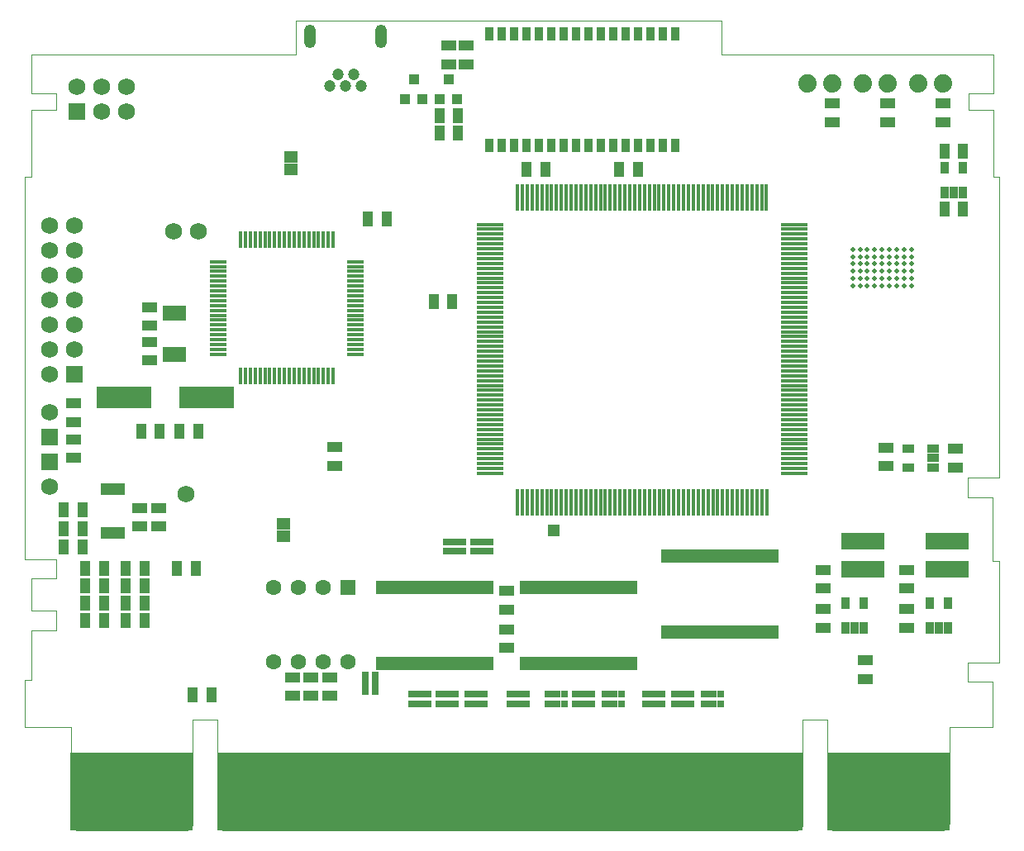
<source format=gts>
G04 (created by PCBNEW-RS274X (2010-04-21 BZR 23xx)-stable) date mer. 22 févr. 2012 15:22:36 CET*
G01*
G70*
G90*
%MOIN*%
G04 Gerber Fmt 3.4, Leading zero omitted, Abs format*
%FSLAX34Y34*%
G04 APERTURE LIST*
%ADD10C,0.006000*%
%ADD11C,0.004000*%
%ADD12C,0.003900*%
%ADD13R,0.492900X0.315800*%
%ADD14R,2.363000X0.315800*%
%ADD15R,0.058000X0.046000*%
%ADD16R,0.047000X0.035200*%
%ADD17R,0.035200X0.047000*%
%ADD18R,0.068000X0.068000*%
%ADD19C,0.068000*%
%ADD20R,0.019800X0.055200*%
%ADD21R,0.067000X0.017800*%
%ADD22R,0.017800X0.067000*%
%ADD23R,0.018000X0.108000*%
%ADD24R,0.108000X0.018000*%
%ADD25R,0.044000X0.044000*%
%ADD26R,0.094600X0.059200*%
%ADD27C,0.047400*%
%ADD28O,0.047400X0.094600*%
%ADD29O,0.019400X0.019400*%
%ADD30R,0.019800X0.047300*%
%ADD31R,0.063000X0.043000*%
%ADD32R,0.043000X0.063000*%
%ADD33R,0.047400X0.047400*%
%ADD34R,0.063000X0.063000*%
%ADD35C,0.063000*%
%ADD36R,0.224600X0.086700*%
%ADD37R,0.037500X0.057900*%
%ADD38R,0.027700X0.019800*%
%ADD39R,0.027700X0.027700*%
%ADD40R,0.019800X0.027700*%
%ADD41R,0.173400X0.067100*%
%ADD42C,0.074000*%
G04 APERTURE END LIST*
G54D10*
G54D11*
X37510Y-27993D02*
X37786Y-27993D01*
X38770Y-43426D02*
X37510Y-43426D01*
X37510Y-48308D02*
X37786Y-48308D01*
X39360Y-50197D02*
X37510Y-50197D01*
X37510Y-43426D02*
X37510Y-27993D01*
X37510Y-50197D02*
X37510Y-48308D01*
X76801Y-40099D02*
X76801Y-40158D01*
X76801Y-40158D02*
X75542Y-40158D01*
X75542Y-40158D02*
X75542Y-40217D01*
X76801Y-40158D02*
X76801Y-27993D01*
X76801Y-27993D02*
X76565Y-27993D01*
X76565Y-27993D02*
X76565Y-27914D01*
X76723Y-43504D02*
X76801Y-43504D01*
X76801Y-43504D02*
X76801Y-43583D01*
X76801Y-43504D02*
X76526Y-43504D01*
X75542Y-47599D02*
X76801Y-47599D01*
X76801Y-47599D02*
X76801Y-43514D01*
X76797Y-47597D02*
X76802Y-47597D01*
G54D12*
X76565Y-25315D02*
X76565Y-27993D01*
X37786Y-25315D02*
X37786Y-27993D01*
X38770Y-45512D02*
X37786Y-45512D01*
X37786Y-44213D02*
X37786Y-45512D01*
X38770Y-44213D02*
X37786Y-44213D01*
X38770Y-43426D02*
X38770Y-44213D01*
X75542Y-40945D02*
X75542Y-40158D01*
X76526Y-40945D02*
X75542Y-40945D01*
X76526Y-43504D02*
X76526Y-40945D01*
X74518Y-54371D02*
X74542Y-54369D01*
X74565Y-54366D01*
X74589Y-54361D01*
X74612Y-54354D01*
X74634Y-54345D01*
X74656Y-54334D01*
X74676Y-54321D01*
X74695Y-54306D01*
X74713Y-54290D01*
X74729Y-54272D01*
X74744Y-54253D01*
X74757Y-54232D01*
X74768Y-54211D01*
X74777Y-54189D01*
X74784Y-54166D01*
X74789Y-54142D01*
X74792Y-54119D01*
X74794Y-54095D01*
X69872Y-54095D02*
X69874Y-54119D01*
X69877Y-54142D01*
X69882Y-54166D01*
X69889Y-54189D01*
X69898Y-54211D01*
X69909Y-54232D01*
X69922Y-54253D01*
X69937Y-54272D01*
X69953Y-54290D01*
X69971Y-54306D01*
X69990Y-54321D01*
X70010Y-54334D01*
X70032Y-54345D01*
X70054Y-54354D01*
X70077Y-54361D01*
X70101Y-54366D01*
X70124Y-54369D01*
X70148Y-54371D01*
X68612Y-54371D02*
X68636Y-54369D01*
X68659Y-54366D01*
X68683Y-54361D01*
X68706Y-54354D01*
X68728Y-54345D01*
X68750Y-54334D01*
X68770Y-54321D01*
X68789Y-54306D01*
X68807Y-54290D01*
X68823Y-54272D01*
X68838Y-54253D01*
X68851Y-54232D01*
X68862Y-54211D01*
X68871Y-54189D01*
X68878Y-54166D01*
X68883Y-54142D01*
X68886Y-54119D01*
X68888Y-54095D01*
X45266Y-54095D02*
X45268Y-54119D01*
X45271Y-54142D01*
X45276Y-54166D01*
X45283Y-54189D01*
X45292Y-54211D01*
X45303Y-54232D01*
X45316Y-54253D01*
X45331Y-54272D01*
X45347Y-54290D01*
X45365Y-54306D01*
X45384Y-54321D01*
X45404Y-54334D01*
X45426Y-54345D01*
X45448Y-54354D01*
X45471Y-54361D01*
X45495Y-54366D01*
X45518Y-54369D01*
X45542Y-54371D01*
X44006Y-54371D02*
X44030Y-54369D01*
X44053Y-54366D01*
X44077Y-54361D01*
X44100Y-54354D01*
X44122Y-54345D01*
X44144Y-54334D01*
X44164Y-54321D01*
X44183Y-54306D01*
X44201Y-54290D01*
X44217Y-54272D01*
X44232Y-54253D01*
X44245Y-54232D01*
X44256Y-54211D01*
X44265Y-54189D01*
X44272Y-54166D01*
X44277Y-54142D01*
X44280Y-54119D01*
X44282Y-54095D01*
X39360Y-54095D02*
X39362Y-54119D01*
X39365Y-54142D01*
X39370Y-54166D01*
X39377Y-54189D01*
X39386Y-54211D01*
X39397Y-54232D01*
X39410Y-54253D01*
X39425Y-54272D01*
X39441Y-54290D01*
X39459Y-54306D01*
X39478Y-54321D01*
X39498Y-54334D01*
X39520Y-54345D01*
X39542Y-54354D01*
X39565Y-54361D01*
X39589Y-54366D01*
X39612Y-54369D01*
X39636Y-54371D01*
G54D11*
X48455Y-23071D02*
X37786Y-23071D01*
X65601Y-21693D02*
X48455Y-21693D01*
X76565Y-23071D02*
X65601Y-23071D01*
X48455Y-23071D02*
X48455Y-21693D01*
X65601Y-21693D02*
X65601Y-23071D01*
X76565Y-23071D02*
X76565Y-24646D01*
X76565Y-24646D02*
X75581Y-24646D01*
X75581Y-24646D02*
X75581Y-25315D01*
X75581Y-25315D02*
X76565Y-25315D01*
X75542Y-47599D02*
X75542Y-48386D01*
X75542Y-48386D02*
X76526Y-48386D01*
X76526Y-48386D02*
X76526Y-50197D01*
X76526Y-50197D02*
X74794Y-50197D01*
X74794Y-50197D02*
X74794Y-50237D01*
X37786Y-25315D02*
X38770Y-25315D01*
X38770Y-25315D02*
X38770Y-24646D01*
X38770Y-24646D02*
X37786Y-24646D01*
X37786Y-24646D02*
X37786Y-23071D01*
X39360Y-54095D02*
X39360Y-50237D01*
X39360Y-50237D02*
X39360Y-50197D01*
X37786Y-48308D02*
X37786Y-46300D01*
X37786Y-46300D02*
X38770Y-46300D01*
X38770Y-46300D02*
X38770Y-45512D01*
X44006Y-54371D02*
X39636Y-54371D01*
X45266Y-54095D02*
X45266Y-49922D01*
X45266Y-49922D02*
X44282Y-49922D01*
X44282Y-49922D02*
X44282Y-54095D01*
X74794Y-54095D02*
X74794Y-50237D01*
X70148Y-54371D02*
X74518Y-54371D01*
X68888Y-54095D02*
X68888Y-49922D01*
X68888Y-49922D02*
X69872Y-49922D01*
X69872Y-49922D02*
X69872Y-54095D01*
X68612Y-54371D02*
X45542Y-54371D01*
G54D13*
X72333Y-52796D03*
X41821Y-52796D03*
G54D14*
X57077Y-52796D03*
G54D15*
X48250Y-27225D03*
X48250Y-27725D03*
G54D16*
X74145Y-39733D03*
X74145Y-38983D03*
X73145Y-39733D03*
X74145Y-39358D03*
X73145Y-38983D03*
G54D17*
X74605Y-28635D03*
X75355Y-28635D03*
X74605Y-27635D03*
X74980Y-28635D03*
X75355Y-27635D03*
G54D18*
X39615Y-25360D03*
G54D19*
X39615Y-24360D03*
X40615Y-25360D03*
X40615Y-24360D03*
X41615Y-25360D03*
X41615Y-24360D03*
G54D20*
X51787Y-47635D03*
X51984Y-47635D03*
X52180Y-47635D03*
X52377Y-47635D03*
X52574Y-47635D03*
X52771Y-47635D03*
X52968Y-47635D03*
X53165Y-47635D03*
X53362Y-47635D03*
X53558Y-47635D03*
X53755Y-47635D03*
X53952Y-47635D03*
X54148Y-47635D03*
X54345Y-47635D03*
X54542Y-47635D03*
X54738Y-47635D03*
X54935Y-47635D03*
X55132Y-47635D03*
X55329Y-47635D03*
X55526Y-47635D03*
X55723Y-47635D03*
X55920Y-47635D03*
X56116Y-47635D03*
X56313Y-47635D03*
X56313Y-44565D03*
X56116Y-44565D03*
X55920Y-44565D03*
X55723Y-44565D03*
X55526Y-44565D03*
X55329Y-44565D03*
X55132Y-44565D03*
X54935Y-44565D03*
X54738Y-44565D03*
X54542Y-44565D03*
X54345Y-44565D03*
X54148Y-44565D03*
X53952Y-44565D03*
X53755Y-44565D03*
X53558Y-44565D03*
X53362Y-44565D03*
X53165Y-44565D03*
X52968Y-44565D03*
X52771Y-44565D03*
X52574Y-44565D03*
X52377Y-44565D03*
X52180Y-44565D03*
X51984Y-44565D03*
X51787Y-44565D03*
X63287Y-46385D03*
X63484Y-46385D03*
X63680Y-46385D03*
X63877Y-46385D03*
X64074Y-46385D03*
X64271Y-46385D03*
X64468Y-46385D03*
X64665Y-46385D03*
X64862Y-46385D03*
X65058Y-46385D03*
X65255Y-46385D03*
X65452Y-46385D03*
X65648Y-46385D03*
X65845Y-46385D03*
X66042Y-46385D03*
X66238Y-46385D03*
X66435Y-46385D03*
X66632Y-46385D03*
X66829Y-46385D03*
X67026Y-46385D03*
X67223Y-46385D03*
X67420Y-46385D03*
X67616Y-46385D03*
X67813Y-46385D03*
X67813Y-43315D03*
X67616Y-43315D03*
X67420Y-43315D03*
X67223Y-43315D03*
X67026Y-43315D03*
X66829Y-43315D03*
X66632Y-43315D03*
X66435Y-43315D03*
X66238Y-43315D03*
X66042Y-43315D03*
X65845Y-43315D03*
X65648Y-43315D03*
X65452Y-43315D03*
X65255Y-43315D03*
X65058Y-43315D03*
X64862Y-43315D03*
X64665Y-43315D03*
X64468Y-43315D03*
X64271Y-43315D03*
X64074Y-43315D03*
X63877Y-43315D03*
X63680Y-43315D03*
X63484Y-43315D03*
X63287Y-43315D03*
X57587Y-47635D03*
X57784Y-47635D03*
X57980Y-47635D03*
X58177Y-47635D03*
X58374Y-47635D03*
X58571Y-47635D03*
X58768Y-47635D03*
X58965Y-47635D03*
X59162Y-47635D03*
X59358Y-47635D03*
X59555Y-47635D03*
X59752Y-47635D03*
X59948Y-47635D03*
X60145Y-47635D03*
X60342Y-47635D03*
X60538Y-47635D03*
X60735Y-47635D03*
X60932Y-47635D03*
X61129Y-47635D03*
X61326Y-47635D03*
X61523Y-47635D03*
X61720Y-47635D03*
X61916Y-47635D03*
X62113Y-47635D03*
X62113Y-44565D03*
X61916Y-44565D03*
X61720Y-44565D03*
X61523Y-44565D03*
X61326Y-44565D03*
X61129Y-44565D03*
X60932Y-44565D03*
X60735Y-44565D03*
X60538Y-44565D03*
X60342Y-44565D03*
X60145Y-44565D03*
X59948Y-44565D03*
X59752Y-44565D03*
X59555Y-44565D03*
X59358Y-44565D03*
X59162Y-44565D03*
X58965Y-44565D03*
X58768Y-44565D03*
X58571Y-44565D03*
X58374Y-44565D03*
X58177Y-44565D03*
X57980Y-44565D03*
X57784Y-44565D03*
X57587Y-44565D03*
G54D21*
X45320Y-31430D03*
X45320Y-31627D03*
X45320Y-31824D03*
X45320Y-32021D03*
X45320Y-32218D03*
X45320Y-32415D03*
X45320Y-32612D03*
X45320Y-32808D03*
X45320Y-33005D03*
X45320Y-33202D03*
X45320Y-33398D03*
X45320Y-33595D03*
X45320Y-33792D03*
X45320Y-33988D03*
X45320Y-34185D03*
X45320Y-34382D03*
X45320Y-34579D03*
X45320Y-34776D03*
X45320Y-34973D03*
X45320Y-35170D03*
G54D22*
X46205Y-36055D03*
X46402Y-36055D03*
X46599Y-36055D03*
X46796Y-36055D03*
X46993Y-36055D03*
X47190Y-36055D03*
X47387Y-36055D03*
X47583Y-36055D03*
X47780Y-36055D03*
X47977Y-36055D03*
X48173Y-36055D03*
X48370Y-36055D03*
X48567Y-36055D03*
X48763Y-36055D03*
X48960Y-36055D03*
X49157Y-36055D03*
X49354Y-36055D03*
X49551Y-36055D03*
X49748Y-36055D03*
X49945Y-36055D03*
G54D21*
X50830Y-35170D03*
X50830Y-34973D03*
X50830Y-34776D03*
X50830Y-34579D03*
X50830Y-34382D03*
X50830Y-34185D03*
X50830Y-33988D03*
X50830Y-33792D03*
X50830Y-33595D03*
X50830Y-33398D03*
X50830Y-33202D03*
X50830Y-33005D03*
X50830Y-32808D03*
X50830Y-32612D03*
X50830Y-32415D03*
X50830Y-32218D03*
X50830Y-32021D03*
X50830Y-31824D03*
X50830Y-31627D03*
X50830Y-31430D03*
G54D22*
X49945Y-30545D03*
X49748Y-30545D03*
X49551Y-30545D03*
X49354Y-30545D03*
X49157Y-30545D03*
X48960Y-30545D03*
X48763Y-30545D03*
X48567Y-30545D03*
X48370Y-30545D03*
X48173Y-30545D03*
X47977Y-30545D03*
X47780Y-30545D03*
X47583Y-30545D03*
X47387Y-30545D03*
X47190Y-30545D03*
X46993Y-30545D03*
X46796Y-30545D03*
X46599Y-30545D03*
X46402Y-30545D03*
X46205Y-30545D03*
G54D23*
X67423Y-28850D03*
X67226Y-28850D03*
X67029Y-28850D03*
X66832Y-28850D03*
X66635Y-28850D03*
X66438Y-28850D03*
X66241Y-28850D03*
X66044Y-28850D03*
X65847Y-28850D03*
X65650Y-28850D03*
X65453Y-28850D03*
X65256Y-28850D03*
X65059Y-28850D03*
X64862Y-28850D03*
X64665Y-28850D03*
X64468Y-28850D03*
X64271Y-28850D03*
X64074Y-28850D03*
X63877Y-28850D03*
X63680Y-28850D03*
X63483Y-28850D03*
X63286Y-28850D03*
X63089Y-28850D03*
X62892Y-28850D03*
X62695Y-28850D03*
X62498Y-28850D03*
X62301Y-28850D03*
X62104Y-28850D03*
X61907Y-28850D03*
X61710Y-28850D03*
X61513Y-28850D03*
X61316Y-28850D03*
X61119Y-28850D03*
X60922Y-28850D03*
X60725Y-28850D03*
X60528Y-28850D03*
X60331Y-28850D03*
X60134Y-28850D03*
X59937Y-28850D03*
X59740Y-28850D03*
X59543Y-28850D03*
X59346Y-28850D03*
X59149Y-28850D03*
X58952Y-28850D03*
X58755Y-28850D03*
X58558Y-28850D03*
X58361Y-28850D03*
X58164Y-28850D03*
X57967Y-28850D03*
X57770Y-28850D03*
X57573Y-28850D03*
X57376Y-28850D03*
G54D24*
X56270Y-29927D03*
X56270Y-30124D03*
X56270Y-30321D03*
X56270Y-30518D03*
X56270Y-30715D03*
X56270Y-30912D03*
X56270Y-31109D03*
X56270Y-31306D03*
X56270Y-31503D03*
X56270Y-31700D03*
X56270Y-31897D03*
X56270Y-32094D03*
X56270Y-32291D03*
X56270Y-32488D03*
X56270Y-32685D03*
X56270Y-32882D03*
X56270Y-33079D03*
X56270Y-33276D03*
X56270Y-33473D03*
X56270Y-33670D03*
X56270Y-33867D03*
X56270Y-34064D03*
X56270Y-34261D03*
X56270Y-34458D03*
X56270Y-34655D03*
X56270Y-34852D03*
X56270Y-35049D03*
X56270Y-35246D03*
X56270Y-35443D03*
X56270Y-35640D03*
X56270Y-35837D03*
X56270Y-36034D03*
X56270Y-36231D03*
X56270Y-36428D03*
X56270Y-36625D03*
X56270Y-36822D03*
X56270Y-37019D03*
X56270Y-37216D03*
X56270Y-37413D03*
X56270Y-37610D03*
X56270Y-37807D03*
X56270Y-38004D03*
X56270Y-38201D03*
X56270Y-38398D03*
X56270Y-38595D03*
X56270Y-38792D03*
X56270Y-38989D03*
X56270Y-39186D03*
X56270Y-39383D03*
X56270Y-39580D03*
X56270Y-39777D03*
X56270Y-39974D03*
G54D23*
X57377Y-41130D03*
X57574Y-41130D03*
X57771Y-41130D03*
X57968Y-41130D03*
X58165Y-41130D03*
X58362Y-41130D03*
X58559Y-41130D03*
X58756Y-41130D03*
X58953Y-41130D03*
X59150Y-41130D03*
X59347Y-41130D03*
X59544Y-41130D03*
X59741Y-41130D03*
X59938Y-41130D03*
X60135Y-41130D03*
X60332Y-41130D03*
X60529Y-41130D03*
X60726Y-41130D03*
X60923Y-41130D03*
X61120Y-41130D03*
X61317Y-41130D03*
X61514Y-41130D03*
X61711Y-41130D03*
X61908Y-41130D03*
X62105Y-41130D03*
X62302Y-41130D03*
X62499Y-41130D03*
X62696Y-41130D03*
X62893Y-41130D03*
X63090Y-41130D03*
X63287Y-41130D03*
X63484Y-41130D03*
X63681Y-41130D03*
X63878Y-41130D03*
X64075Y-41130D03*
X64272Y-41130D03*
X64469Y-41130D03*
X64666Y-41130D03*
X64863Y-41130D03*
X65060Y-41130D03*
X65257Y-41130D03*
X65454Y-41130D03*
X65651Y-41130D03*
X65848Y-41130D03*
X66045Y-41130D03*
X66242Y-41130D03*
X66439Y-41130D03*
X66636Y-41130D03*
X66833Y-41130D03*
X67030Y-41130D03*
X67227Y-41130D03*
X67424Y-41130D03*
G54D24*
X68550Y-39973D03*
X68550Y-39776D03*
X68550Y-39579D03*
X68550Y-39382D03*
X68550Y-39185D03*
X68550Y-38988D03*
X68550Y-38791D03*
X68550Y-38594D03*
X68550Y-38397D03*
X68550Y-38200D03*
X68550Y-38003D03*
X68550Y-37806D03*
X68550Y-37609D03*
X68550Y-37412D03*
X68550Y-37215D03*
X68550Y-37018D03*
X68550Y-36821D03*
X68550Y-36624D03*
X68550Y-36427D03*
X68550Y-36230D03*
X68550Y-36033D03*
X68550Y-35836D03*
X68550Y-35639D03*
X68550Y-35442D03*
X68550Y-35245D03*
X68550Y-35048D03*
X68550Y-34851D03*
X68550Y-34654D03*
X68550Y-34457D03*
X68550Y-34260D03*
X68550Y-34063D03*
X68550Y-33866D03*
X68550Y-33669D03*
X68550Y-33472D03*
X68550Y-33275D03*
X68550Y-33078D03*
X68550Y-32881D03*
X68550Y-32684D03*
X68550Y-32487D03*
X68550Y-32290D03*
X68550Y-32093D03*
X68550Y-31896D03*
X68550Y-31699D03*
X68550Y-31502D03*
X68550Y-31305D03*
X68550Y-31108D03*
X68550Y-30911D03*
X68550Y-30714D03*
X68550Y-30517D03*
X68550Y-30320D03*
X68550Y-30123D03*
X68550Y-29926D03*
G54D25*
X53550Y-24875D03*
X52850Y-24875D03*
X53200Y-24075D03*
G54D26*
X43550Y-33523D03*
X43550Y-35177D03*
G54D18*
X38500Y-38500D03*
G54D19*
X38500Y-37500D03*
G54D27*
X50135Y-23864D03*
X50450Y-24336D03*
X50765Y-23864D03*
X51080Y-24336D03*
X49820Y-24336D03*
G54D28*
X49013Y-22328D03*
X51887Y-22328D03*
G54D25*
X54950Y-24875D03*
X54250Y-24875D03*
X54600Y-24075D03*
G54D18*
X38500Y-39500D03*
G54D19*
X38500Y-40500D03*
X44000Y-40800D03*
X44500Y-30200D03*
X43500Y-30200D03*
G54D29*
X73260Y-30932D03*
X72964Y-30932D03*
X72669Y-30932D03*
X72374Y-30932D03*
X72079Y-30932D03*
X71784Y-30932D03*
X71489Y-30932D03*
X71194Y-30932D03*
X70898Y-30932D03*
X73260Y-31228D03*
X72964Y-31228D03*
X72669Y-31228D03*
X72374Y-31228D03*
X72079Y-31228D03*
X71784Y-31228D03*
X71489Y-31228D03*
X71194Y-31228D03*
X70898Y-31228D03*
X73260Y-31523D03*
X72964Y-31523D03*
X72669Y-31523D03*
X72374Y-31523D03*
X72079Y-31523D03*
X71784Y-31523D03*
X71489Y-31523D03*
X71194Y-31523D03*
X70898Y-31523D03*
X73260Y-31817D03*
X72964Y-31817D03*
X72669Y-31817D03*
X72374Y-31817D03*
X72079Y-31817D03*
X71784Y-31817D03*
X71489Y-31817D03*
X71194Y-31817D03*
X70898Y-31817D03*
X73260Y-32112D03*
X72964Y-32112D03*
X72669Y-32112D03*
X72374Y-32112D03*
X72079Y-32112D03*
X71784Y-32112D03*
X71489Y-32112D03*
X71194Y-32112D03*
X70898Y-32112D03*
X73260Y-32408D03*
X72964Y-32408D03*
X72669Y-32408D03*
X72374Y-32408D03*
X72079Y-32408D03*
X71784Y-32408D03*
X71489Y-32408D03*
X71194Y-32408D03*
X70898Y-32408D03*
G54D30*
X41443Y-40615D03*
X41246Y-40615D03*
X41050Y-40615D03*
X40854Y-40615D03*
X40657Y-40615D03*
X40657Y-42385D03*
X40854Y-42385D03*
X41050Y-42385D03*
X41246Y-42385D03*
X41443Y-42385D03*
G54D18*
X39516Y-35992D03*
G54D19*
X38516Y-35992D03*
X39516Y-34992D03*
X38516Y-34992D03*
X39516Y-33992D03*
X38516Y-33992D03*
X39516Y-32992D03*
X38516Y-32992D03*
X39516Y-31992D03*
X38516Y-31992D03*
X39516Y-30992D03*
X38516Y-30992D03*
X39516Y-29992D03*
X38516Y-29992D03*
G54D31*
X49050Y-48200D03*
X49050Y-48950D03*
X42900Y-42125D03*
X42900Y-41375D03*
X70075Y-25800D03*
X70075Y-25050D03*
X39475Y-38600D03*
X39475Y-39350D03*
X39488Y-37895D03*
X39488Y-37145D03*
X73075Y-46200D03*
X73075Y-45450D03*
X69700Y-46200D03*
X69700Y-45450D03*
X73075Y-43875D03*
X73075Y-44625D03*
X69700Y-43875D03*
X69700Y-44625D03*
X72245Y-39683D03*
X72245Y-38933D03*
G54D32*
X74605Y-26985D03*
X75355Y-26985D03*
G54D31*
X75051Y-39735D03*
X75051Y-38985D03*
G54D32*
X74595Y-29295D03*
X75345Y-29295D03*
G54D31*
X55300Y-22725D03*
X55300Y-23475D03*
X42125Y-42125D03*
X42125Y-41375D03*
G54D32*
X54750Y-33050D03*
X54000Y-33050D03*
X62225Y-27725D03*
X61475Y-27725D03*
X57750Y-27725D03*
X58500Y-27725D03*
G54D31*
X42550Y-33275D03*
X42550Y-34025D03*
G54D32*
X44500Y-38275D03*
X43750Y-38275D03*
X42200Y-38275D03*
X42950Y-38275D03*
X54975Y-26250D03*
X54225Y-26250D03*
X54225Y-25550D03*
X54975Y-25550D03*
G54D31*
X54600Y-22725D03*
X54600Y-23475D03*
X74525Y-25800D03*
X74525Y-25050D03*
X72300Y-25800D03*
X72300Y-25050D03*
G54D32*
X51350Y-29700D03*
X52100Y-29700D03*
G54D31*
X50000Y-39675D03*
X50000Y-38925D03*
G54D32*
X39825Y-41450D03*
X39075Y-41450D03*
X39825Y-42200D03*
X39075Y-42200D03*
X39825Y-42950D03*
X39075Y-42950D03*
X41575Y-45925D03*
X42325Y-45925D03*
X40700Y-45225D03*
X39950Y-45225D03*
X39950Y-44525D03*
X40700Y-44525D03*
X39950Y-43825D03*
X40700Y-43825D03*
X42325Y-43825D03*
X41575Y-43825D03*
X40700Y-45925D03*
X39950Y-45925D03*
X42325Y-44525D03*
X41575Y-44525D03*
X41575Y-45225D03*
X42325Y-45225D03*
G54D31*
X42550Y-35425D03*
X42550Y-34675D03*
X56950Y-46275D03*
X56950Y-47025D03*
X56950Y-44725D03*
X56950Y-45475D03*
G54D33*
X58825Y-42275D03*
G54D15*
X47925Y-42025D03*
X47925Y-42525D03*
G54D34*
X50550Y-44575D03*
G54D35*
X49550Y-44575D03*
X48550Y-44575D03*
X47550Y-44575D03*
X47550Y-47575D03*
X48550Y-47575D03*
X49550Y-47575D03*
X50550Y-47575D03*
G54D31*
X49800Y-48200D03*
X49800Y-48950D03*
X48300Y-48950D03*
X48300Y-48200D03*
X71400Y-47525D03*
X71400Y-48275D03*
G54D36*
X41502Y-36900D03*
X44848Y-36900D03*
G54D37*
X56226Y-26749D03*
X56726Y-26749D03*
X57226Y-26749D03*
X57726Y-26749D03*
X58226Y-26749D03*
X58726Y-26749D03*
X59226Y-26749D03*
X59726Y-26749D03*
X60224Y-26749D03*
X60724Y-26749D03*
X61224Y-26749D03*
X61724Y-26749D03*
X62224Y-26749D03*
X62724Y-26749D03*
X63224Y-26749D03*
X63724Y-26749D03*
X63724Y-22251D03*
X63224Y-22251D03*
X62724Y-22251D03*
X62224Y-22251D03*
X61724Y-22251D03*
X61224Y-22251D03*
X60724Y-22251D03*
X60224Y-22251D03*
X59726Y-22251D03*
X59226Y-22251D03*
X58726Y-22251D03*
X58226Y-22251D03*
X57726Y-22251D03*
X57226Y-22251D03*
X56726Y-22251D03*
X56226Y-22251D03*
G54D38*
X51647Y-48352D03*
X51647Y-48548D03*
X51253Y-48352D03*
X51253Y-48548D03*
G54D39*
X51647Y-48115D03*
X51647Y-48785D03*
X51253Y-48785D03*
X51253Y-48115D03*
G54D40*
X53352Y-48878D03*
X53548Y-48878D03*
X53352Y-49272D03*
X53548Y-49272D03*
G54D39*
X53115Y-48878D03*
X53785Y-48878D03*
X53785Y-49272D03*
X53115Y-49272D03*
G54D40*
X57302Y-48878D03*
X57498Y-48878D03*
X57302Y-49272D03*
X57498Y-49272D03*
G54D39*
X57065Y-48878D03*
X57735Y-48878D03*
X57735Y-49272D03*
X57065Y-49272D03*
G54D40*
X58827Y-48878D03*
X59023Y-48878D03*
X58827Y-49272D03*
X59023Y-49272D03*
G54D39*
X58590Y-48878D03*
X59260Y-48878D03*
X59260Y-49272D03*
X58590Y-49272D03*
G54D40*
X59952Y-48878D03*
X60148Y-48878D03*
X59952Y-49272D03*
X60148Y-49272D03*
G54D39*
X59715Y-48878D03*
X60385Y-48878D03*
X60385Y-49272D03*
X59715Y-49272D03*
G54D40*
X61127Y-48878D03*
X61323Y-48878D03*
X61127Y-49272D03*
X61323Y-49272D03*
G54D39*
X60890Y-48878D03*
X61560Y-48878D03*
X61560Y-49272D03*
X60890Y-49272D03*
G54D40*
X62777Y-48878D03*
X62973Y-48878D03*
X62777Y-49272D03*
X62973Y-49272D03*
G54D39*
X62540Y-48878D03*
X63210Y-48878D03*
X63210Y-49272D03*
X62540Y-49272D03*
G54D40*
X63952Y-48878D03*
X64148Y-48878D03*
X63952Y-49272D03*
X64148Y-49272D03*
G54D39*
X63715Y-48878D03*
X64385Y-48878D03*
X64385Y-49272D03*
X63715Y-49272D03*
G54D40*
X65127Y-48878D03*
X65323Y-48878D03*
X65127Y-49272D03*
X65323Y-49272D03*
G54D39*
X64890Y-48878D03*
X65560Y-48878D03*
X65560Y-49272D03*
X64890Y-49272D03*
G54D40*
X54452Y-48878D03*
X54648Y-48878D03*
X54452Y-49272D03*
X54648Y-49272D03*
G54D39*
X54215Y-48878D03*
X54885Y-48878D03*
X54885Y-49272D03*
X54215Y-49272D03*
G54D40*
X55602Y-48878D03*
X55798Y-48878D03*
X55602Y-49272D03*
X55798Y-49272D03*
G54D39*
X55365Y-48878D03*
X56035Y-48878D03*
X56035Y-49272D03*
X55365Y-49272D03*
G54D40*
X55852Y-42728D03*
X56048Y-42728D03*
X55852Y-43122D03*
X56048Y-43122D03*
G54D39*
X55615Y-42728D03*
X56285Y-42728D03*
X56285Y-43122D03*
X55615Y-43122D03*
G54D40*
X54752Y-42728D03*
X54948Y-42728D03*
X54752Y-43122D03*
X54948Y-43122D03*
G54D39*
X54515Y-42728D03*
X55185Y-42728D03*
X55185Y-43122D03*
X54515Y-43122D03*
G54D32*
X44400Y-43825D03*
X43650Y-43825D03*
G54D17*
X70600Y-46225D03*
X71350Y-46225D03*
X70600Y-45225D03*
X70975Y-46225D03*
X71350Y-45225D03*
X74000Y-46225D03*
X74750Y-46225D03*
X74000Y-45225D03*
X74375Y-46225D03*
X74750Y-45225D03*
G54D41*
X74700Y-43846D03*
X74700Y-42704D03*
X71300Y-43846D03*
X71300Y-42704D03*
G54D32*
X45025Y-48900D03*
X44275Y-48900D03*
G54D42*
X69075Y-24250D03*
X70075Y-24250D03*
X73525Y-24250D03*
X74525Y-24250D03*
X71300Y-24250D03*
X72300Y-24250D03*
M02*

</source>
